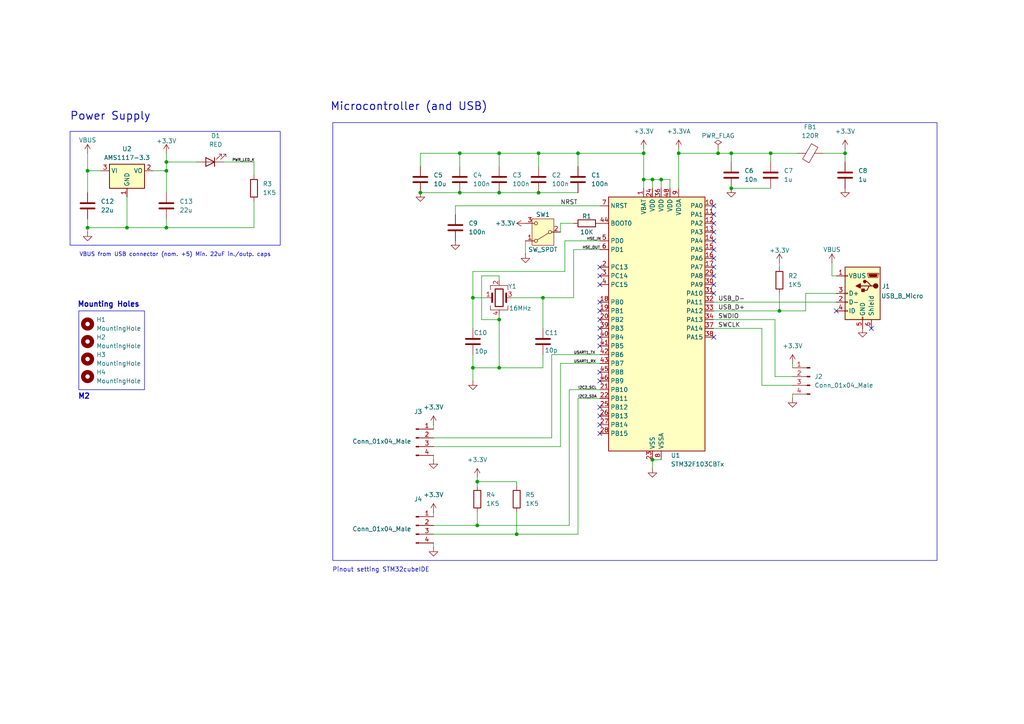
<source format=kicad_sch>
(kicad_sch (version 20231120) (generator "eeschema") (generator_version "8.0")
  (paper "A4")
  (title_block (title "STM32F103CBTx") (date "2024-10-08") (rev "0.1") (company "PT Avirtech Solusi Teknologi"))
  (lib_symbols
    (symbol "Connector:Conn_01x04_Pin" (pin_names (offset 1.016) hide)
      (property "Reference" "J" (at 0 5.08 0))
      (property "Value" "Conn_01x04_Pin" (at 0 -7.62 0))
      (symbol "Conn_01x04_Pin_1_1"
        (polyline (pts (xy 1.27 -5.08) (xy 0.8636 -5.08)) (stroke (width 0.1524)))
        (polyline (pts (xy 1.27 -2.54) (xy 0.8636 -2.54)) (stroke (width 0.1524)))
        (polyline (pts (xy 1.27 0) (xy 0.8636 0)) (stroke (width 0.1524)))
        (polyline (pts (xy 1.27 2.54) (xy 0.8636 2.54)) (stroke (width 0.1524)))
        (rectangle (start 0.8636 -4.953) (end 0 -5.207) (stroke (width 0.1524)) (fill (type outline)))
        (rectangle (start 0.8636 -2.413) (end 0 -2.667) (stroke (width 0.1524)) (fill (type outline)))
        (rectangle (start 0.8636 0.127) (end 0 -0.127) (stroke (width 0.1524)) (fill (type outline)))
        (rectangle (start 0.8636 2.667) (end 0 2.413) (stroke (width 0.1524)) (fill (type outline)))
        (pin passive line (at 5.08 2.54 180) (length 3.81) (name "Pin_1") (number "1"))
        (pin passive line (at 5.08 0 180) (length 3.81) (name "Pin_2") (number "2"))
        (pin passive line (at 5.08 -2.54 180) (length 3.81) (name "Pin_3") (number "3"))
        (pin passive line (at 5.08 -5.08 180) (length 3.81) (name "Pin_4") (number "4"))
      )
    )
    (symbol "Connector:USB_B_Micro" (pin_names (offset 1.016))
      (property "Reference" "J" (at -5.08 11.43 0))
      (property "Value" "USB_B_Micro" (at -5.08 8.89 0))
      (symbol "USB_B_Micro_0_1"
        (rectangle (start -5.08 -7.62) (end 5.08 7.62) (stroke (width 0.254)) (fill (type background)))
        (circle (center -3.81 2.159) (radius 0.635) (stroke (width 0.254)) (fill (type outline)))
        (circle (center -0.635 3.429) (radius 0.381) (stroke (width 0.254)) (fill (type outline)))
        (rectangle (start -0.127 -7.62) (end 0.127 -6.858))
        (polyline (pts (xy -1.905 2.159) (xy 0.635 2.159)) (stroke (width 0.254)))
        (polyline (pts (xy -3.175 2.159) (xy -2.54 2.159) (xy -1.27 3.429) (xy -0.635 3.429)) (stroke (width 0.254)))
        (polyline (pts (xy -2.54 2.159) (xy -1.905 2.159) (xy -1.27 0.889) (xy 0 0.889)) (stroke (width 0.254)))
        (polyline (pts (xy 0.635 2.794) (xy 0.635 1.524) (xy 1.905 2.159) (xy 0.635 2.794)) (stroke (width 0.254)) (fill (type outline)))
        (polyline (pts (xy -4.318 5.588) (xy -1.778 5.588) (xy -2.032 4.826) (xy -4.064 4.826) (xy -4.318 5.588)) (fill (type outline)))
        (polyline (pts (xy -4.699 5.842) (xy -4.699 5.588) (xy -4.445 4.826) (xy -4.445 4.572) (xy -1.651 4.572) (xy -1.651 4.826) (xy -1.397 5.588) (xy -1.397 5.842) (xy -4.699 5.842)))
        (rectangle (start 0.254 1.27) (end -0.508 0.508) (stroke (width 0.254)) (fill (type outline)))
        (rectangle (start 5.08 -5.207) (end 4.318 -4.953))
        (rectangle (start 5.08 -2.667) (end 4.318 -2.413))
        (rectangle (start 5.08 -0.127) (end 4.318 0.127))
        (rectangle (start 5.08 4.953) (end 4.318 5.207))
      )
      (symbol "USB_B_Micro_1_1"
        (pin power_out line (at 7.62 5.08 180) (length 2.54) (name "VBUS") (number "1"))
        (pin bidirectional line (at 7.62 -2.54 180) (length 2.54) (name "D-") (number "2"))
        (pin bidirectional line (at 7.62 0 180) (length 2.54) (name "D+") (number "3"))
        (pin passive line (at 7.62 -5.08 180) (length 2.54) (name "ID") (number "4"))
        (pin power_out line (at 0 -10.16 90) (length 2.54) (name "GND") (number "5"))
        (pin passive line (at -2.54 -10.16 90) (length 2.54) (name "Shield") (number "6"))
      )
    )
    (symbol "Device:C" (pin_numbers hide) (pin_names (offset 0.254))
      (property "Reference" "C" (at 0.635 2.54 0))
      (property "Value" "C" (at 0.635 -2.54 0))
      (symbol "C_0_1"
        (polyline (pts (xy -2.032 -0.762) (xy 2.032 -0.762)) (stroke (width 0.508)))
        (polyline (pts (xy -2.032 0.762) (xy 2.032 0.762)) (stroke (width 0.508)))
      )
      (symbol "C_1_1"
        (pin passive line (at 0 3.81 270) (length 2.794) (name "~") (number "1"))
        (pin passive line (at 0 -3.81 90) (length 2.794) (name "~") (number "2"))
      )
    )
    (symbol "Device:Crystal_GND24" (pin_names (offset 1.016) hide)
      (property "Reference" "Y" (at 3.175 5.08 0))
      (property "Value" "Crystal_GND24" (at 3.175 3.175 0))
      (symbol "Crystal_GND24_0_1"
        (rectangle (start -1.143 2.54) (end 1.143 -2.54) (stroke (width 0.3048)))
        (polyline (pts (xy -2.54 0) (xy -2.032 0)))
        (polyline (pts (xy -2.032 -1.27) (xy -2.032 1.27)) (stroke (width 0.508)))
        (polyline (pts (xy 0 -3.81) (xy 0 -3.556)))
        (polyline (pts (xy 0 3.556) (xy 0 3.81)))
        (polyline (pts (xy 2.032 -1.27) (xy 2.032 1.27)) (stroke (width 0.508)))
        (polyline (pts (xy 2.032 0) (xy 2.54 0)))
        (polyline (pts (xy -2.54 -2.286) (xy -2.54 -3.556) (xy 2.54 -3.556) (xy 2.54 -2.286)))
        (polyline (pts (xy -2.54 2.286) (xy -2.54 3.556) (xy 2.54 3.556) (xy 2.54 2.286)))
      )
      (symbol "Crystal_GND24_1_1"
        (pin passive line (at -3.81 0 0) (length 1.27) (name "1") (number "1"))
        (pin passive line (at 0 5.08 270) (length 1.27) (name "2") (number "2"))
        (pin passive line (at 3.81 0 180) (length 1.27) (name "3") (number "3"))
        (pin passive line (at 0 -5.08 90) (length 1.27) (name "4") (number "4"))
      )
    )
    (symbol "Device:FerriteBead" (pin_numbers hide) (pin_names (offset 0))
      (property "Reference" "FB" (at -3.81 0.635 90))
      (property "Value" "FerriteBead" (at 3.81 0 90))
      (symbol "FerriteBead_0_1"
        (polyline (pts (xy 0 -1.27) (xy 0 -1.2192)))
        (polyline (pts (xy 0 1.27) (xy 0 1.2954)))
        (polyline (pts (xy -2.7686 0.4064) (xy -1.7018 2.2606) (xy 2.7686 -0.3048) (xy 1.6764 -2.159) (xy -2.7686 0.4064)))
      )
      (symbol "FerriteBead_1_1"
        (pin passive line (at 0 3.81 270) (length 2.54) (name "~") (number "1"))
        (pin passive line (at 0 -3.81 90) (length 2.54) (name "~") (number "2"))
      )
    )
    (symbol "Device:LED" (pin_numbers hide) (pin_names (offset 1.016) hide)
      (property "Reference" "D" (at 0 2.54 0))
      (property "Value" "LED" (at 0 -2.54 0))
      (symbol "LED_0_1"
        (polyline (pts (xy -1.27 -1.27) (xy -1.27 1.27)) (stroke (width 0.254)))
        (polyline (pts (xy -1.27 0) (xy 1.27 0)))
        (polyline (pts (xy 1.27 -1.27) (xy 1.27 1.27) (xy -1.27 0) (xy 1.27 -1.27)) (stroke (width 0.254)))
        (polyline (pts (xy -3.048 -0.762) (xy -4.572 -2.286) (xy -3.81 -2.286) (xy -4.572 -2.286) (xy -4.572 -1.524)))
        (polyline (pts (xy -1.778 -0.762) (xy -3.302 -2.286) (xy -2.54 -2.286) (xy -3.302 -2.286) (xy -3.302 -1.524)))
      )
      (symbol "LED_1_1"
        (pin passive line (at -3.81 0 0) (length 2.54) (name "K") (number "1"))
        (pin passive line (at 3.81 0 180) (length 2.54) (name "A") (number "2"))
      )
    )
    (symbol "Device:R" (pin_numbers hide) (pin_names (offset 0))
      (property "Reference" "R" (at 2.032 0 90))
      (property "Value" "R" (at 0 0 90))
      (symbol "R_0_1"
        (rectangle (start -1.016 -2.54) (end 1.016 2.54) (stroke (width 0.254)))
      )
      (symbol "R_1_1"
        (pin passive line (at 0 3.81 270) (length 1.27) (name "~") (number "1"))
        (pin passive line (at 0 -3.81 90) (length 1.27) (name "~") (number "2"))
      )
    )
    (symbol "MCU_ST_STM32F1:STM32F103CBTx"
      (property "Reference" "U" (at -12.7 39.37 0))
      (property "Value" "STM32F103CBTx" (at 10.16 39.37 0))
      (symbol "STM32F103CBTx_0_1"
        (rectangle (start -12.7 -35.56) (end 15.24 38.1) (stroke (width 0.254)) (fill (type background)))
      )
      (symbol "STM32F103CBTx_1_1"
        (pin power_in line (at -2.54 40.64 270) (length 2.54) (name "VBAT") (number "1"))
        (pin bidirectional line (at 17.78 35.56 180) (length 2.54) (name "PA0") (number "10"))
        (pin bidirectional line (at 17.78 33.02 180) (length 2.54) (name "PA1") (number "11"))
        (pin bidirectional line (at 17.78 30.48 180) (length 2.54) (name "PA2") (number "12"))
        (pin bidirectional line (at 17.78 27.94 180) (length 2.54) (name "PA3") (number "13"))
        (pin bidirectional line (at 17.78 25.4 180) (length 2.54) (name "PA4") (number "14"))
        (pin bidirectional line (at 17.78 22.86 180) (length 2.54) (name "PA5") (number "15"))
        (pin bidirectional line (at 17.78 20.32 180) (length 2.54) (name "PA6") (number "16"))
        (pin bidirectional line (at 17.78 17.78 180) (length 2.54) (name "PA7") (number "17"))
        (pin bidirectional line (at -15.24 7.62 0) (length 2.54) (name "PB0") (number "18"))
        (pin bidirectional line (at -15.24 5.08 0) (length 2.54) (name "PB1") (number "19"))
        (pin bidirectional line (at -15.24 17.78 0) (length 2.54) (name "PC13") (number "2"))
        (pin bidirectional line (at -15.24 2.54 0) (length 2.54) (name "PB2") (number "20"))
        (pin bidirectional line (at -15.24 -17.78 0) (length 2.54) (name "PB10") (number "21"))
        (pin bidirectional line (at -15.24 -20.32 0) (length 2.54) (name "PB11") (number "22"))
        (pin power_in line (at 0 -38.1 90) (length 2.54) (name "VSS") (number "23"))
        (pin power_in line (at 0 40.64 270) (length 2.54) (name "VDD") (number "24"))
        (pin bidirectional line (at -15.24 -22.86 0) (length 2.54) (name "PB12") (number "25"))
        (pin bidirectional line (at -15.24 -25.4 0) (length 2.54) (name "PB13") (number "26"))
        (pin bidirectional line (at -15.24 -27.94 0) (length 2.54) (name "PB14") (number "27"))
        (pin bidirectional line (at -15.24 -30.48 0) (length 2.54) (name "PB15") (number "28"))
        (pin bidirectional line (at 17.78 15.24 180) (length 2.54) (name "PA8") (number "29"))
        (pin bidirectional line (at -15.24 15.24 0) (length 2.54) (name "PC14") (number "3"))
        (pin bidirectional line (at 17.78 12.7 180) (length 2.54) (name "PA9") (number "30"))
        (pin bidirectional line (at 17.78 10.16 180) (length 2.54) (name "PA10") (number "31"))
        (pin bidirectional line (at 17.78 7.62 180) (length 2.54) (name "PA11") (number "32"))
        (pin bidirectional line (at 17.78 5.08 180) (length 2.54) (name "PA12") (number "33"))
        (pin bidirectional line (at 17.78 2.54 180) (length 2.54) (name "PA13") (number "34"))
        (pin passive line (at 0 -38.1 90) (length 2.54) hide (name "VSS") (number "35"))
        (pin power_in line (at 2.54 40.64 270) (length 2.54) (name "VDD") (number "36"))
        (pin bidirectional line (at 17.78 0 180) (length 2.54) (name "PA14") (number "37"))
        (pin bidirectional line (at 17.78 -2.54 180) (length 2.54) (name "PA15") (number "38"))
        (pin bidirectional line (at -15.24 0 0) (length 2.54) (name "PB3") (number "39"))
        (pin bidirectional line (at -15.24 12.7 0) (length 2.54) (name "PC15") (number "4"))
        (pin bidirectional line (at -15.24 -2.54 0) (length 2.54) (name "PB4") (number "40"))
        (pin bidirectional line (at -15.24 -5.08 0) (length 2.54) (name "PB5") (number "41"))
        (pin bidirectional line (at -15.24 -7.62 0) (length 2.54) (name "PB6") (number "42"))
        (pin bidirectional line (at -15.24 -10.16 0) (length 2.54) (name "PB7") (number "43"))
        (pin input line (at -15.24 30.48 0) (length 2.54) (name "BOOT0") (number "44"))
        (pin bidirectional line (at -15.24 -12.7 0) (length 2.54) (name "PB8") (number "45"))
        (pin bidirectional line (at -15.24 -15.24 0) (length 2.54) (name "PB9") (number "46"))
        (pin passive line (at 0 -38.1 90) (length 2.54) hide (name "VSS") (number "47"))
        (pin power_in line (at 5.08 40.64 270) (length 2.54) (name "VDD") (number "48"))
        (pin bidirectional line (at -15.24 25.4 0) (length 2.54) (name "PD0") (number "5"))
        (pin bidirectional line (at -15.24 22.86 0) (length 2.54) (name "PD1") (number "6"))
        (pin input line (at -15.24 35.56 0) (length 2.54) (name "NRST") (number "7"))
        (pin power_in line (at 2.54 -38.1 90) (length 2.54) (name "VSSA") (number "8"))
        (pin power_in line (at 7.62 40.64 270) (length 2.54) (name "VDDA") (number "9"))
      )
    )
    (symbol "Mechanical:MountingHole" (pin_names (offset 1.016)) (exclude_from_sim yes) (in_bom no)
      (property "Reference" "H" (at 0 5.08 0))
      (property "Value" "MountingHole" (at 0 3.175 0))
      (symbol "MountingHole_0_1"
        (circle (center 0 0) (radius 1.27) (stroke (width 1.27)))
      )
    )
    (symbol "Regulator_Linear:AMS1117-3.3"
      (property "Reference" "U" (at -3.81 3.175 0))
      (property "Value" "AMS1117-3.3" (at 0 3.175 0))
      (symbol "AMS1117-3.3_0_1"
        (rectangle (start -5.08 -5.08) (end 5.08 1.905) (stroke (width 0.254)) (fill (type background)))
      )
      (symbol "AMS1117-3.3_1_1"
        (pin power_in line (at 0 -7.62 90) (length 2.54) (name "GND") (number "1"))
        (pin power_out line (at 7.62 0 180) (length 2.54) (name "VO") (number "2"))
        (pin power_in line (at -7.62 0 0) (length 2.54) (name "VI") (number "3"))
      )
    )
    (symbol "Switch:SW_SPDT" (pin_names (offset 0) hide)
      (property "Reference" "SW" (at 0 5.08 0))
      (property "Value" "SW_SPDT" (at 0 -5.08 0))
      (symbol "SW_SPDT_0_1"
        (circle (center -2.032 0) (radius 0.4572))
        (polyline (pts (xy -1.651 0.254) (xy 1.651 2.286)))
        (circle (center 2.032 -2.54) (radius 0.4572))
        (circle (center 2.032 2.54) (radius 0.4572))
      )
      (symbol "SW_SPDT_1_1"
        (rectangle (start -3.175 3.81) (end 3.175 -3.81) (fill (type background)))
        (pin passive line (at 5.08 2.54 180) (length 2.54) (name "A") (number "1"))
        (pin passive line (at -5.08 0 0) (length 2.54) (name "B") (number "2"))
        (pin passive line (at 5.08 -2.54 180) (length 2.54) (name "C") (number "3"))
      )
    )
    (symbol "power:+3.3V" (power) (pin_numbers hide) (pin_names (offset 0) hide)
      (property "Value" "+3.3V" (at 0 3.556 0))
      (symbol "+3.3V_0_1"
        (polyline (pts (xy -0.762 1.27) (xy 0 2.54)))
        (polyline (pts (xy 0 0) (xy 0 2.54)))
        (polyline (pts (xy 0 2.54) (xy 0.762 1.27)))
      )
      (symbol "+3.3V_1_1"
        (pin power_in line (at 0 0 90) (length 0) (name "~") (number "1"))
      )
    )
    (symbol "power:+3.3VA" (power) (pin_numbers hide) (pin_names (offset 0) hide)
      (property "Value" "+3.3VA" (at 0 3.556 0))
      (symbol "+3.3VA_0_1"
        (polyline (pts (xy -0.762 1.27) (xy 0 2.54)))
        (polyline (pts (xy 0 0) (xy 0 2.54)))
        (polyline (pts (xy 0 2.54) (xy 0.762 1.27)))
      )
      (symbol "+3.3VA_1_1"
        (pin power_in line (at 0 0 90) (length 0) (name "~") (number "1"))
      )
    )
    (symbol "power:GND" (power) (pin_numbers hide) (pin_names (offset 0) hide)
      (property "Value" "GND" (at 0 -3.81 0))
      (symbol "GND_0_1"
        (polyline (pts (xy 0 0) (xy 0 -1.27) (xy 1.27 -1.27) (xy 0 -2.54) (xy -1.27 -1.27) (xy 0 -1.27)))
      )
      (symbol "GND_1_1"
        (pin power_in line (at 0 0 270) (length 0) (name "~") (number "1"))
      )
    )
    (symbol "power:PWR_FLAG" (power) (pin_numbers hide) (pin_names (offset 0) hide)
      (property "Value" "PWR_FLAG" (at 0 3.81 0))
      (symbol "PWR_FLAG_0_0"
        (pin power_out line (at 0 0 90) (length 0) (name "~") (number "1"))
      )
      (symbol "PWR_FLAG_0_1"
        (polyline (pts (xy 0 0) (xy 0 1.27) (xy -1.016 1.905) (xy 0 2.54) (xy 1.016 1.905) (xy 0 1.27)))
      )
    )
    (symbol "power:VBUS" (power) (pin_numbers hide) (pin_names (offset 0) hide)
      (property "Value" "VBUS" (at 0 3.556 0))
      (symbol "VBUS_0_1"
        (polyline (pts (xy -0.762 1.27) (xy 0 2.54)))
        (polyline (pts (xy 0 0) (xy 0 2.54)))
        (polyline (pts (xy 0 2.54) (xy 0.762 1.27)))
      )
      (symbol "VBUS_1_1"
        (pin power_in line (at 0 0 90) (length 0) (name "~") (number "1"))
      )
    )
  )
  (junction (at 138.43 152.4))
  (junction (at 156.21 55.88))
  (junction (at 25.4 49.53))
  (junction (at 144.78 106.68))
  (junction (at 156.21 44.45))
  (junction (at 226.06 90.17))
  (junction (at 157.48 86.36))
  (junction (at 167.64 44.45))
  (junction (at 149.86 154.94))
  (junction (at 212.09 44.45))
  (junction (at 137.16 86.36))
  (junction (at 144.78 44.45))
  (junction (at 137.16 106.68))
  (junction (at 191.77 52.07))
  (junction (at 189.23 52.07))
  (junction (at 223.52 44.45))
  (junction (at 186.69 52.07))
  (junction (at 48.26 46.99))
  (junction (at 138.43 139.7))
  (junction (at 133.35 44.45))
  (junction (at 48.26 66.04))
  (junction (at 208.28 44.45))
  (junction (at 121.92 55.88))
  (junction (at 189.23 133.35))
  (junction (at 144.78 92.71))
  (junction (at 36.83 66.04))
  (junction (at 245.11 44.45))
  (junction (at 196.85 44.45))
  (junction (at 144.78 55.88))
  (junction (at 48.26 49.53))
  (junction (at 186.69 44.45))
  (junction (at 212.09 54.61))
  (junction (at 133.35 55.88))
  (junction (at 25.4 66.04))
  (no_connect (at 173.99 90.17))
  (no_connect (at 207.01 67.31))
  (no_connect (at 173.99 80.01))
  (no_connect (at 207.01 69.85))
  (no_connect (at 173.99 97.79))
  (no_connect (at 173.99 82.55))
  (no_connect (at 173.99 77.47))
  (no_connect (at 242.57 90.17))
  (no_connect (at 173.99 110.49))
  (no_connect (at 207.01 72.39))
  (no_connect (at 207.01 64.77))
  (no_connect (at 173.99 87.63))
  (no_connect (at 207.01 62.23))
  (no_connect (at 173.99 120.65))
  (no_connect (at 173.99 123.19))
  (no_connect (at 207.01 74.93))
  (no_connect (at 173.99 125.73))
  (no_connect (at 173.99 95.25))
  (no_connect (at 207.01 85.09))
  (no_connect (at 207.01 77.47))
  (no_connect (at 207.01 97.79))
  (no_connect (at 252.73 95.25))
  (no_connect (at 173.99 92.71))
  (no_connect (at 207.01 59.69))
  (no_connect (at 207.01 80.01))
  (no_connect (at 173.99 118.11))
  (no_connect (at 207.01 82.55))
  (no_connect (at 173.99 100.33))
  (no_connect (at 173.99 107.95))
  (wire (pts (xy 207.01 92.71) (xy 224.79 92.71)))
  (wire (pts (xy 220.98 111.76) (xy 229.87 111.76)))
  (wire (pts (xy 163.83 69.85) (xy 173.99 69.85)))
  (wire (pts (xy 186.69 43.18) (xy 186.69 44.45)))
  (wire (pts (xy 138.43 139.7) (xy 138.43 138.43)))
  (wire (pts (xy 137.16 78.74) (xy 137.16 86.36)))
  (wire (pts (xy 163.83 78.74) (xy 137.16 78.74)))
  (wire (pts (xy 157.48 86.36) (xy 157.48 95.25)))
  (wire (pts (xy 160.02 102.87) (xy 160.02 127)))
  (wire (pts (xy 212.09 44.45) (xy 208.28 44.45)))
  (wire (pts (xy 125.73 123.19) (xy 125.73 124.46)))
  (wire (pts (xy 144.78 92.71) (xy 144.78 106.68)))
  (wire (pts (xy 29.21 49.53) (xy 25.4 49.53)))
  (wire (pts (xy 139.7 80.01) (xy 139.7 92.71)))
  (wire (pts (xy 144.78 91.44) (xy 144.78 92.71)))
  (wire (pts (xy 160.02 127) (xy 125.73 127)))
  (wire (pts (xy 212.09 54.61) (xy 223.52 54.61)))
  (wire (pts (xy 25.4 44.45) (xy 25.4 49.53)))
  (wire (pts (xy 48.26 44.45) (xy 48.26 46.99)))
  (wire (pts (xy 36.83 57.15) (xy 36.83 66.04)))
  (wire (pts (xy 196.85 43.18) (xy 196.85 44.45)))
  (wire (pts (xy 245.11 44.45) (xy 245.11 46.99)))
  (wire (pts (xy 25.4 67.31) (xy 25.4 66.04)))
  (wire (pts (xy 223.52 44.45) (xy 231.14 44.45)))
  (wire (pts (xy 207.01 95.25) (xy 220.98 95.25)))
  (wire (pts (xy 157.48 102.87) (xy 157.48 106.68)))
  (wire (pts (xy 121.92 44.45) (xy 133.35 44.45)))
  (wire (pts (xy 167.64 48.26) (xy 167.64 44.45)))
  (wire (pts (xy 189.23 133.35) (xy 191.77 133.35)))
  (wire (pts (xy 186.69 52.07) (xy 189.23 52.07)))
  (wire (pts (xy 144.78 106.68) (xy 157.48 106.68)))
  (wire (pts (xy 125.73 157.48) (xy 125.73 158.75)))
  (wire (pts (xy 167.64 154.94) (xy 149.86 154.94)))
  (wire (pts (xy 137.16 106.68) (xy 137.16 110.49)))
  (wire (pts (xy 133.35 44.45) (xy 144.78 44.45)))
  (wire (pts (xy 162.56 129.54) (xy 125.73 129.54)))
  (wire (pts (xy 144.78 44.45) (xy 156.21 44.45)))
  (wire (pts (xy 173.99 105.41) (xy 162.56 105.41)))
  (wire (pts (xy 191.77 52.07) (xy 194.31 52.07)))
  (wire (pts (xy 207.01 90.17) (xy 226.06 90.17)))
  (wire (pts (xy 121.92 55.88) (xy 133.35 55.88)))
  (wire (pts (xy 138.43 152.4) (xy 165.1 152.4)))
  (wire (pts (xy 149.86 148.59) (xy 149.86 154.94)))
  (wire (pts (xy 224.79 109.22) (xy 229.87 109.22)))
  (wire (pts (xy 173.99 59.69) (xy 132.08 59.69)))
  (wire (pts (xy 223.52 44.45) (xy 212.09 44.45)))
  (wire (pts (xy 121.92 48.26) (xy 121.92 44.45)))
  (wire (pts (xy 212.09 46.99) (xy 212.09 44.45)))
  (wire (pts (xy 229.87 114.3) (xy 229.87 115.57)))
  (wire (pts (xy 194.31 54.61) (xy 194.31 52.07)))
  (wire (pts (xy 189.23 52.07) (xy 191.77 52.07)))
  (wire (pts (xy 125.73 132.08) (xy 125.73 133.35)))
  (wire (pts (xy 144.78 44.45) (xy 144.78 48.26)))
  (wire (pts (xy 245.11 43.18) (xy 245.11 44.45)))
  (wire (pts (xy 238.76 44.45) (xy 245.11 44.45)))
  (wire (pts (xy 25.4 49.53) (xy 25.4 55.88)))
  (wire (pts (xy 220.98 95.25) (xy 220.98 111.76)))
  (wire (pts (xy 156.21 44.45) (xy 167.64 44.45)))
  (wire (pts (xy 208.28 43.18) (xy 208.28 44.45)))
  (wire (pts (xy 73.66 66.04) (xy 48.26 66.04)))
  (wire (pts (xy 223.52 46.99) (xy 223.52 44.45)))
  (wire (pts (xy 167.64 44.45) (xy 186.69 44.45)))
  (wire (pts (xy 152.4 73.66) (xy 152.4 69.85)))
  (wire (pts (xy 186.69 52.07) (xy 186.69 54.61)))
  (wire (pts (xy 138.43 139.7) (xy 149.86 139.7)))
  (wire (pts (xy 242.57 80.01) (xy 241.3 80.01)))
  (wire (pts (xy 139.7 92.71) (xy 144.78 92.71)))
  (wire (pts (xy 241.3 76.2) (xy 241.3 80.01)))
  (wire (pts (xy 165.1 113.03) (xy 165.1 152.4)))
  (wire (pts (xy 162.56 67.31) (xy 162.56 64.77)))
  (wire (pts (xy 149.86 140.97) (xy 149.86 139.7)))
  (wire (pts (xy 125.73 152.4) (xy 138.43 152.4)))
  (wire (pts (xy 137.16 106.68) (xy 144.78 106.68)))
  (wire (pts (xy 162.56 105.41) (xy 162.56 129.54)))
  (wire (pts (xy 162.56 64.77) (xy 166.37 64.77)))
  (wire (pts (xy 133.35 44.45) (xy 133.35 48.26)))
  (wire (pts (xy 137.16 106.68) (xy 137.16 102.87)))
  (wire (pts (xy 64.77 46.99) (xy 73.66 46.99)))
  (wire (pts (xy 166.37 72.39) (xy 173.99 72.39)))
  (wire (pts (xy 226.06 90.17) (xy 233.68 90.17)))
  (wire (pts (xy 163.83 69.85) (xy 163.83 78.74)))
  (wire (pts (xy 167.64 115.57) (xy 167.64 154.94)))
  (wire (pts (xy 157.48 86.36) (xy 166.37 86.36)))
  (wire (pts (xy 149.86 154.94) (xy 125.73 154.94)))
  (wire (pts (xy 166.37 86.36) (xy 166.37 72.39)))
  (wire (pts (xy 165.1 113.03) (xy 173.99 113.03)))
  (wire (pts (xy 160.02 102.87) (xy 173.99 102.87)))
  (wire (pts (xy 137.16 86.36) (xy 140.97 86.36)))
  (wire (pts (xy 73.66 58.42) (xy 73.66 66.04)))
  (wire (pts (xy 48.26 46.99) (xy 48.26 49.53)))
  (wire (pts (xy 125.73 148.59) (xy 125.73 149.86)))
  (wire (pts (xy 25.4 66.04) (xy 36.83 66.04)))
  (wire (pts (xy 144.78 80.01) (xy 144.78 81.28)))
  (wire (pts (xy 156.21 55.88) (xy 167.64 55.88)))
  (wire (pts (xy 144.78 55.88) (xy 156.21 55.88)))
  (wire (pts (xy 48.26 49.53) (xy 48.26 55.88)))
  (wire (pts (xy 148.59 86.36) (xy 157.48 86.36)))
  (wire (pts (xy 207.01 87.63) (xy 242.57 87.63)))
  (wire (pts (xy 156.21 44.45) (xy 156.21 48.26)))
  (wire (pts (xy 226.06 76.2) (xy 226.06 77.47)))
  (wire (pts (xy 186.69 44.45) (xy 186.69 52.07)))
  (wire (pts (xy 229.87 105.41) (xy 229.87 106.68)))
  (wire (pts (xy 208.28 44.45) (xy 196.85 44.45)))
  (wire (pts (xy 226.06 85.09) (xy 226.06 90.17)))
  (wire (pts (xy 196.85 44.45) (xy 196.85 54.61)))
  (wire (pts (xy 44.45 49.53) (xy 48.26 49.53)))
  (wire (pts (xy 224.79 92.71) (xy 224.79 109.22)))
  (wire (pts (xy 233.68 90.17) (xy 233.68 85.09)))
  (wire (pts (xy 48.26 63.5) (xy 48.26 66.04)))
  (wire (pts (xy 36.83 66.04) (xy 48.26 66.04)))
  (wire (pts (xy 73.66 50.8) (xy 73.66 46.99)))
  (wire (pts (xy 133.35 55.88) (xy 144.78 55.88)))
  (wire (pts (xy 48.26 46.99) (xy 57.15 46.99)))
  (wire (pts (xy 191.77 54.61) (xy 191.77 52.07)))
  (wire (pts (xy 138.43 148.59) (xy 138.43 152.4)))
  (wire (pts (xy 144.78 80.01) (xy 139.7 80.01)))
  (wire (pts (xy 173.99 115.57) (xy 167.64 115.57)))
  (wire (pts (xy 132.08 59.69) (xy 132.08 62.23)))
  (wire (pts (xy 233.68 85.09) (xy 242.57 85.09)))
  (wire (pts (xy 189.23 54.61) (xy 189.23 52.07)))
  (wire (pts (xy 137.16 95.25) (xy 137.16 86.36)))
  (wire (pts (xy 189.23 133.35) (xy 189.23 135.89)))
  (wire (pts (xy 138.43 139.7) (xy 138.43 140.97)))
  (wire (pts (xy 25.4 66.04) (xy 25.4 63.5)))
  (rectangle (start 96.52 35.56) (end 271.78 162.56))
  (rectangle (start 20.32 38.1) (end 81.28 71.12))
  (rectangle (start 22.86 90.17) (end 41.91 113.03))
  (text "M2" (at 24.384 115.062 0) (effects (font (size 1.524 1.524) (thickness 0.3048) (bold yes))))
  (text "VBUS from USB connector (nom. +5) Min. 22uF in./outp. caps" (at 50.8 73.914 0) (effects (font (size 1.143 1.143))))
  (text "Pinout setting STM32cubeIDE" (at 110.49 165.354 0) (effects (font (size 1.27 1.27))))
  (text "Microcontroller (and USB)\n" (at 118.618 30.988 0) (effects (font (size 2.286 2.286) (thickness 0.254) (bold yes))))
  (text "Mounting Holes" (at 31.496 88.392 0) (effects (font (size 1.524 1.524) (thickness 0.3048) (bold yes))))
  (text "Power Supply\n" (at 32.004 33.782 0) (effects (font (size 2.286 2.286) (thickness 0.254) (bold yes))))
  (label "USART1_RX" (at 166.37 105.41 0) (effects (font (size 0.762 0.762))))
  (label "I2C2_SDA" (at 167.64 115.57 0) (effects (font (size 0.762 0.762))))
  (label "SWCLK" (at 208.28 95.25 0))
  (label "USART1_TX" (at 166.37 102.87 0) (effects (font (size 0.762 0.762))))
  (label "USB_D-" (at 208.28 87.63 0))
  (label "USB_D+" (at 208.28 90.17 0))
  (label "NRST" (at 162.56 59.69 0))
  (label "SWDIO" (at 208.28 92.71 0))
  (label "HSE_IN" (at 170.18 69.85 0) (effects (font (size 0.762 0.762))))
  (label "HSE_OUT" (at 168.91 72.39 0) (effects (font (size 0.762 0.762))))
  (label "I2C2_SCL" (at 167.64 113.03 0) (effects (font (size 0.762 0.762))))
  (label "PWR_LED_K" (at 67.31 46.99 0) (effects (font (size 0.762 0.762))))
  (symbol (lib_id "power:GND") (at 152.4 73.66 0) (unit 1)
    (property "Reference" "#PWR09" (effects (hide yes)))
    (property "Value" "GND" (effects (hide yes)))
    (property "Description" "Power symbol creates a global label with name \"GND\" , ground" (effects (hide yes)))
  )
  (symbol (lib_id "power:+3.3V") (at 229.87 105.41 0) (unit 1)
    (property "Reference" "#PWR015" (effects (hide yes)))
    (property "Value" "+3.3V" (at 229.87 100.33 0))
    (property "Description" "Power symbol creates a global label with name \"+3.3V\"" (effects (hide yes)))
  )
  (symbol (lib_id "power:+3.3V") (at 138.43 138.43 0) (mirror y) (unit 1)
    (property "Reference" "#PWR024" (effects (hide yes)))
    (property "Value" "+3.3V" (at 138.43 133.35 0))
    (property "Description" "Power symbol creates a global label with name \"+3.3V\"" (effects (hide yes)))
  )
  (symbol (lib_id "power:+3.3V") (at 226.06 76.2 0) (unit 1)
    (property "Reference" "#PWR014" (effects (hide yes)))
    (property "Value" "+3.3V" (at 226.06 72.644 0))
    (property "Description" "Power symbol creates a global label with name \"+3.3V\"" (effects (hide yes)))
  )
  (symbol (lib_id "Device:Crystal_GND24") (at 144.78 86.36 0) (unit 1)
    (property "Reference" "Y1" (at 148.59 83.058 0))
    (property "Value" "16MHz" (at 150.876 89.408 0))
    (property "Footprint" "Crystal:Crystal_SMD_3225-4Pin_3.2x2.5mm" (effects (hide yes)))
    (property "Description" "Four pin crystal, GND on pins 2 and 4" (effects (hide yes)))
  )
  (symbol (lib_id "power:GND") (at 229.87 115.57 0) (unit 1)
    (property "Reference" "#PWR016" (effects (hide yes)))
    (property "Value" "GND" (effects (hide yes)))
    (property "Description" "Power symbol creates a global label with name \"GND\" , ground" (effects (hide yes)))
  )
  (symbol (lib_id "Mechanical:MountingHole") (at 25.4 109.22 0) (unit 1) (exclude_from_sim yes) (in_bom no)
    (property "Reference" "H4" (at 27.94 107.9499 0) (effects (justify left)))
    (property "Value" "MountingHole" (at 27.94 110.4899 0) (effects (justify left)))
    (property "Footprint" "MountingHole:MountingHole_2.1mm" (effects (hide yes)))
    (property "Description" "Mounting Hole without connection" (effects (hide yes)))
  )
  (symbol (lib_id "power:GND") (at 189.23 135.89 0) (unit 1)
    (property "Reference" "#PWR01" (effects (hide yes)))
    (property "Value" "GND" (effects (hide yes)))
    (property "Description" "Power symbol creates a global label with name \"GND\" , ground" (effects (hide yes)))
  )
  (symbol (lib_id "power:GND") (at 125.73 158.75 0) (mirror y) (unit 1)
    (property "Reference" "#PWR023" (effects (hide yes)))
    (property "Value" "GND" (effects (hide yes)))
    (property "Description" "Power symbol creates a global label with name \"GND\" , ground" (effects (hide yes)))
  )
  (symbol (lib_id "power:VBUS") (at 241.3 76.2 0) (unit 1)
    (property "Reference" "#PWR013" (effects (hide yes)))
    (property "Value" "VBUS" (at 241.3 72.39 0))
    (property "Description" "Power symbol creates a global label with name \"VBUS\"" (effects (hide yes)))
  )
  (symbol (lib_id "Device:C") (at 223.52 50.8 0) (unit 1)
    (property "Reference" "C7" (at 227.33 49.5299 0) (effects (justify left)))
    (property "Value" "1u" (at 227.33 52.0699 0) (effects (justify left)))
    (property "Footprint" "Capacitor_SMD:C_0402_1005Metric" (effects (hide yes)))
    (property "Description" "Unpolarized capacitor" (effects (hide yes)))
  )
  (symbol (lib_id "Device:R") (at 170.18 64.77 90) (unit 1)
    (property "Reference" "R1" (at 170.18 62.738 90))
    (property "Value" "10K" (at 170.18 67.31 90))
    (property "Footprint" "Resistor_SMD:R_0402_1005Metric" (effects (hide yes)))
    (property "Description" "Resistor" (effects (hide yes)))
  )
  (symbol (lib_id "Connector:Conn_01x04_Pin") (at 234.95 109.22 0) (mirror y) (unit 1)
    (property "Reference" "J2" (at 236.22 109.2199 0) (effects (justify right)))
    (property "Value" "Conn_01x04_Male" (at 236.22 111.7599 0) (effects (justify right)))
    (property "Footprint" "Connector_PinHeader_2.54mm:PinHeader_1x04_P2.54mm_Vertical" (effects (hide yes)))
    (property "Description" "Generic connector, single row, 01x04, script generated" (effects (hide yes)))
  )
  (symbol (lib_id "Connector:Conn_01x04_Pin") (at 120.65 127 0) (unit 1)
    (property "Reference" "J3" (at 121.285 119.38 0))
    (property "Value" "Conn_01x04_Male" (at 110.744 128.016 0))
    (property "Footprint" "Connector_PinHeader_2.54mm:PinHeader_1x04_P2.54mm_Vertical" (effects (hide yes)))
    (property "Description" "Generic connector, single row, 01x04, script generated" (effects (hide yes)))
  )
  (symbol (lib_id "power:PWR_FLAG") (at 208.28 43.18 0) (unit 1)
    (property "Reference" "#FLG01" (effects (hide yes)))
    (property "Value" "PWR_FLAG" (at 208.28 39.37 0))
    (property "Description" "Special symbol for telling ERC where power comes from" (effects (hide yes)))
  )
  (symbol (lib_id "Device:C") (at 133.35 52.07 0) (unit 1)
    (property "Reference" "C4" (at 137.16 50.7999 0) (effects (justify left)))
    (property "Value" "100n" (at 137.16 53.3399 0) (effects (justify left)))
    (property "Footprint" "Capacitor_SMD:C_0402_1005Metric" (effects (hide yes)))
    (property "Description" "Unpolarized capacitor" (effects (hide yes)))
  )
  (symbol (lib_id "Mechanical:MountingHole") (at 25.4 99.06 0) (unit 1) (exclude_from_sim yes) (in_bom no)
    (property "Reference" "H2" (at 27.94 97.7899 0) (effects (justify left)))
    (property "Value" "MountingHole" (at 27.94 100.3299 0) (effects (justify left)))
    (property "Footprint" "MountingHole:MountingHole_2.1mm" (effects (hide yes)))
    (property "Description" "Mounting Hole without connection" (effects (hide yes)))
  )
  (symbol (lib_id "power:GND") (at 25.4 67.31 0) (unit 1)
    (property "Reference" "#PWR017" (effects (hide yes)))
    (property "Value" "GND" (effects (hide yes)))
    (property "Description" "Power symbol creates a global label with name \"GND\" , ground" (effects (hide yes)))
  )
  (symbol (lib_id "power:+3.3VA") (at 196.85 43.18 0) (unit 1)
    (property "Reference" "#PWR04" (effects (hide yes)))
    (property "Value" "+3.3VA" (at 196.85 38.1 0))
    (property "Description" "Power symbol creates a global label with name \"+3.3VA\"" (effects (hide yes)))
  )
  (symbol (lib_id "power:+3.3V") (at 48.26 44.45 0) (unit 1)
    (property "Reference" "#PWR018" (effects (hide yes)))
    (property "Value" "+3.3V" (at 48.26 40.894 0))
    (property "Description" "Power symbol creates a global label with name \"+3.3V\"" (effects (hide yes)))
  )
  (symbol (lib_id "Device:FerriteBead") (at 234.95 44.45 270) (unit 1)
    (property "Reference" "FB1" (at 235.0008 36.83 90))
    (property "Value" "120R" (at 235.0008 39.37 90))
    (property "Footprint" "Inductor_SMD:L_0603_1608Metric" (effects (hide yes)))
    (property "Description" "Ferrite bead" (effects (hide yes)))
  )
  (symbol (lib_id "Switch:SW_SPDT") (at 157.48 67.31 180) (unit 1)
    (property "Reference" "SW1" (at 157.48 62.23 0))
    (property "Value" "SW_SPDT" (at 157.48 72.39 0))
    (property "Footprint" "Button_Switch_SMD:SW_SPDT_PCM12" (effects (hide yes)))
    (property "Description" "Switch, single pole double throw" (effects (hide yes)))
  )
  (symbol (lib_id "power:GND") (at 212.09 54.61 0) (unit 1)
    (property "Reference" "#PWR05" (effects (hide yes)))
    (property "Value" "GND" (effects (hide yes)))
    (property "Description" "Power symbol creates a global label with name \"GND\" , ground" (effects (hide yes)))
  )
  (symbol (lib_id "Device:R") (at 149.86 144.78 0) (unit 1)
    (property "Reference" "R5" (at 152.4 143.5099 0) (effects (justify left)))
    (property "Value" "1K5" (at 152.4 146.0499 0) (effects (justify left)))
    (property "Footprint" "Resistor_SMD:R_0402_1005Metric" (effects (hide yes)))
    (property "Description" "Resistor" (effects (hide yes)))
  )
  (symbol (lib_id "Connector:Conn_01x04_Pin") (at 120.65 152.4 0) (unit 1)
    (property "Reference" "J4" (at 121.285 144.78 0))
    (property "Value" "Conn_01x04_Male" (at 110.744 153.416 0))
    (property "Footprint" "Connector_PinHeader_2.54mm:PinHeader_1x04_P2.54mm_Vertical" (effects (hide yes)))
    (property "Description" "Generic connector, single row, 01x04, script generated" (effects (hide yes)))
  )
  (symbol (lib_id "Device:R") (at 138.43 144.78 0) (unit 1)
    (property "Reference" "R4" (at 140.97 143.5099 0) (effects (justify left)))
    (property "Value" "1K5" (at 140.97 146.0499 0) (effects (justify left)))
    (property "Footprint" "Resistor_SMD:R_0402_1005Metric" (effects (hide yes)))
    (property "Description" "Resistor" (effects (hide yes)))
  )
  (symbol (lib_id "Device:C") (at 212.09 50.8 0) (unit 1)
    (property "Reference" "C6" (at 215.9 49.5299 0) (effects (justify left)))
    (property "Value" "10n" (at 215.9 52.0699 0) (effects (justify left)))
    (property "Footprint" "Capacitor_SMD:C_0402_1005Metric" (effects (hide yes)))
    (property "Description" "Unpolarized capacitor" (effects (hide yes)))
  )
  (symbol (lib_id "Mechanical:MountingHole") (at 25.4 104.14 0) (unit 1) (exclude_from_sim yes) (in_bom no)
    (property "Reference" "H3" (at 27.94 102.8699 0) (effects (justify left)))
    (property "Value" "MountingHole" (at 27.94 105.4099 0) (effects (justify left)))
    (property "Footprint" "MountingHole:MountingHole_2.1mm" (effects (hide yes)))
    (property "Description" "Mounting Hole without connection" (effects (hide yes)))
  )
  (symbol (lib_id "power:GND") (at 137.16 110.49 0) (unit 1)
    (property "Reference" "#PWR011" (effects (hide yes)))
    (property "Value" "GND" (effects (hide yes)))
    (property "Description" "Power symbol creates a global label with name \"GND\" , ground" (effects (hide yes)))
  )
  (symbol (lib_id "Device:R") (at 226.06 81.28 0) (unit 1)
    (property "Reference" "R2" (at 228.6 80.0099 0) (effects (justify left)))
    (property "Value" "1K5" (at 228.6 82.5499 0) (effects (justify left)))
    (property "Footprint" "Resistor_SMD:R_0402_1005Metric" (effects (hide yes)))
    (property "Description" "Resistor" (effects (hide yes)))
  )
  (symbol (lib_id "Regulator_Linear:AMS1117-3.3") (at 36.83 49.53 0) (unit 1)
    (property "Reference" "U2" (at 36.83 43.18 0))
    (property "Value" "AMS1117-3.3" (at 36.83 45.72 0))
    (property "Footprint" "Package_TO_SOT_SMD:SOT-223-3_TabPin2" (effects (hide yes)))
    (property "Datasheet" "http://www.advanced-monolithic.com/pdf/ds1117.pdf" (effects (hide yes)))
    (property "Description" "1A Low Dropout regulator, positive, 3.3V fixed output, SOT-223" (effects (hide yes)))
  )
  (symbol (lib_id "power:+3.3V") (at 186.69 43.18 0) (unit 1)
    (property "Reference" "#PWR02" (effects (hide yes)))
    (property "Value" "+3.3V" (at 186.69 38.1 0))
    (property "Description" "Power symbol creates a global label with name \"+3.3V\"" (effects (hide yes)))
  )
  (symbol (lib_id "power:+3.3V") (at 125.73 123.19 0) (mirror y) (unit 1)
    (property "Reference" "#PWR020" (effects (hide yes)))
    (property "Value" "+3.3V" (at 125.73 118.11 0))
    (property "Description" "Power symbol creates a global label with name \"+3.3V\"" (effects (hide yes)))
  )
  (symbol (lib_id "power:+3.3V") (at 125.73 148.59 0) (mirror y) (unit 1)
    (property "Reference" "#PWR022" (effects (hide yes)))
    (property "Value" "+3.3V" (at 125.73 143.51 0))
    (property "Description" "Power symbol creates a global label with name \"+3.3V\"" (effects (hide yes)))
  )
  (symbol (lib_id "power:GND") (at 121.92 55.88 0) (unit 1)
    (property "Reference" "#PWR03" (effects (hide yes)))
    (property "Value" "GND" (effects (hide yes)))
    (property "Description" "Power symbol creates a global label with name \"GND\" , ground" (effects (hide yes)))
  )
  (symbol (lib_id "power:GND") (at 250.19 95.25 0) (unit 1)
    (property "Reference" "#PWR012" (effects (hide yes)))
    (property "Value" "GND" (effects (hide yes)))
    (property "Description" "Power symbol creates a global label with name \"GND\" , ground" (effects (hide yes)))
  )
  (symbol (lib_id "Device:C") (at 167.64 52.07 0) (unit 1)
    (property "Reference" "C1" (at 171.45 50.7999 0) (effects (justify left)))
    (property "Value" "100n" (at 171.45 53.3399 0) (effects (justify left)))
    (property "Footprint" "Capacitor_SMD:C_0402_1005Metric" (effects (hide yes)))
    (property "Description" "Unpolarized capacitor" (effects (hide yes)))
  )
  (symbol (lib_id "Connector:USB_B_Micro") (at 250.19 85.09 0) (mirror y) (unit 1)
    (property "Reference" "J1" (at 255.778 83.058 0) (effects (justify right)))
    (property "Value" "USB_B_Micro" (at 255.524 85.852 0) (effects (justify right)))
    (property "Footprint" "Connector_USB:USB_Micro-B_Wuerth_629105150521" (effects (hide yes)))
    (property "Description" "USB Micro Type B connector" (effects (hide yes)))
  )
  (symbol (lib_id "Device:LED") (at 60.96 46.99 180) (unit 1)
    (property "Reference" "D1" (at 62.5475 39.37 0))
    (property "Value" "RED" (at 62.5475 41.91 0))
    (property "Footprint" "LED_SMD:LED_0603_1608Metric" (effects (hide yes)))
    (property "Description" "Light emitting diode" (effects (hide yes)))
  )
  (symbol (lib_id "MCU_ST_STM32F1:STM32F103CBTx") (at 189.23 95.25 0) (unit 1)
    (property "Reference" "U1" (at 194.564 132.08 0) (effects (justify left)))
    (property "Value" "STM32F103CBTx" (at 194.564 134.62 0) (effects (justify left)))
    (property "Footprint" "Package_QFP:LQFP-48_7x7mm_P0.5mm" (effects (hide yes)))
    (property "Datasheet" "https://www.st.com/resource/en/datasheet/stm32f103cb.pdf" (effects (hide yes)))
    (property "Description" "STMicroelectronics Arm Cortex-M3 MCU, 128KB flash, 20KB RAM, 72 MHz, 2.0-3.6V, 37 GPIO, LQFP48" (effects (hide yes)))
  )
  (symbol (lib_id "power:+3.3V") (at 245.11 43.18 0) (unit 1)
    (property "Reference" "#PWR07" (effects (hide yes)))
    (property "Value" "+3.3V" (at 245.11 38.1 0))
    (property "Description" "Power symbol creates a global label with name \"+3.3V\"" (effects (hide yes)))
  )
  (symbol (lib_id "Device:C") (at 132.08 66.04 0) (unit 1)
    (property "Reference" "C9" (at 135.89 64.7699 0) (effects (justify left)))
    (property "Value" "100n" (at 135.89 67.3099 0) (effects (justify left)))
    (property "Footprint" "Capacitor_SMD:C_0402_1005Metric" (effects (hide yes)))
    (property "Description" "Unpolarized capacitor" (effects (hide yes)))
  )
  (symbol (lib_id "Device:C") (at 48.26 59.69 0) (unit 1)
    (property "Reference" "C13" (at 52.07 58.4199 0) (effects (justify left)))
    (property "Value" "22u" (at 52.07 60.9599 0) (effects (justify left)))
    (property "Footprint" "Capacitor_SMD:C_0805_2012Metric" (effects (hide yes)))
    (property "Description" "Unpolarized capacitor" (effects (hide yes)))
  )
  (symbol (lib_id "Device:C") (at 156.21 52.07 0) (unit 1)
    (property "Reference" "C2" (at 160.02 50.7999 0) (effects (justify left)))
    (property "Value" "100n" (at 160.02 53.3399 0) (effects (justify left)))
    (property "Footprint" "Capacitor_SMD:C_0402_1005Metric" (effects (hide yes)))
    (property "Description" "Unpolarized capacitor" (effects (hide yes)))
  )
  (symbol (lib_id "Device:R") (at 73.66 54.61 0) (unit 1)
    (property "Reference" "R3" (at 76.2 53.3399 0) (effects (justify left)))
    (property "Value" "1K5" (at 76.2 55.8799 0) (effects (justify left)))
    (property "Footprint" "Resistor_SMD:R_0402_1005Metric" (effects (hide yes)))
    (property "Description" "Resistor" (effects (hide yes)))
  )
  (symbol (lib_id "power:GND") (at 245.11 54.61 0) (unit 1)
    (property "Reference" "#PWR06" (effects (hide yes)))
    (property "Value" "GND" (effects (hide yes)))
    (property "Description" "Power symbol creates a global label with name \"GND\" , ground" (effects (hide yes)))
  )
  (symbol (lib_id "Device:C") (at 25.4 59.69 0) (unit 1)
    (property "Reference" "C12" (at 29.21 58.4199 0) (effects (justify left)))
    (property "Value" "22u" (at 29.21 60.9599 0) (effects (justify left)))
    (property "Footprint" "Capacitor_SMD:C_0805_2012Metric" (effects (hide yes)))
    (property "Description" "Unpolarized capacitor" (effects (hide yes)))
  )
  (symbol (lib_id "Device:C") (at 245.11 50.8 0) (unit 1)
    (property "Reference" "C8" (at 248.92 49.5299 0) (effects (justify left)))
    (property "Value" "1u" (at 248.92 52.0699 0) (effects (justify left)))
    (property "Footprint" "Capacitor_SMD:C_0402_1005Metric" (effects (hide yes)))
    (property "Description" "Unpolarized capacitor" (effects (hide yes)))
  )
  (symbol (lib_id "Device:C") (at 121.92 52.07 0) (unit 1)
    (property "Reference" "C5" (at 125.73 50.7999 0) (effects (justify left)))
    (property "Value" "10u" (at 125.73 53.3399 0) (effects (justify left)))
    (property "Footprint" "Capacitor_SMD:C_0603_1608Metric" (effects (hide yes)))
    (property "Description" "Unpolarized capacitor" (effects (hide yes)))
  )
  (symbol (lib_id "Device:C") (at 157.48 99.06 0) (unit 1)
    (property "Reference" "C11" (at 157.988 96.52 0) (effects (justify left)))
    (property "Value" "10p" (at 157.988 101.6 0) (effects (justify left)))
    (property "Footprint" "Capacitor_SMD:C_0402_1005Metric" (effects (hide yes)))
    (property "Description" "Unpolarized capacitor" (effects (hide yes)))
  )
  (symbol (lib_id "Mechanical:MountingHole") (at 25.4 93.98 0) (unit 1) (exclude_from_sim yes) (in_bom no)
    (property "Reference" "H1" (at 27.94 92.7099 0) (effects (justify left)))
    (property "Value" "MountingHole" (at 27.94 95.2499 0) (effects (justify left)))
    (property "Footprint" "MountingHole:MountingHole_2.1mm" (effects (hide yes)))
    (property "Description" "Mounting Hole without connection" (effects (hide yes)))
  )
  (symbol (lib_id "power:VBUS") (at 25.4 44.45 0) (unit 1)
    (property "Reference" "#PWR019" (effects (hide yes)))
    (property "Value" "VBUS" (at 25.4 40.64 0))
    (property "Description" "Power symbol creates a global label with name \"VBUS\"" (effects (hide yes)))
  )
  (symbol (lib_id "power:GND") (at 125.73 133.35 0) (mirror y) (unit 1)
    (property "Reference" "#PWR021" (effects (hide yes)))
    (property "Value" "GND" (effects (hide yes)))
    (property "Description" "Power symbol creates a global label with name \"GND\" , ground" (effects (hide yes)))
  )
  (symbol (lib_id "Device:C") (at 137.16 99.06 0) (unit 1)
    (property "Reference" "C10" (at 137.414 96.52 0) (effects (justify left)))
    (property "Value" "10p" (at 137.668 101.854 0) (effects (justify left)))
    (property "Footprint" "Capacitor_SMD:C_0402_1005Metric" (effects (hide yes)))
    (property "Description" "Unpolarized capacitor" (effects (hide yes)))
  )
  (symbol (lib_id "Device:C") (at 144.78 52.07 0) (unit 1)
    (property "Reference" "C3" (at 148.59 50.7999 0) (effects (justify left)))
    (property "Value" "100n" (at 148.59 53.3399 0) (effects (justify left)))
    (property "Footprint" "Capacitor_SMD:C_0402_1005Metric" (effects (hide yes)))
    (property "Description" "Unpolarized capacitor" (effects (hide yes)))
  )
  (symbol (lib_id "power:+3.3V") (at 152.4 64.77 90) (unit 1)
    (property "Reference" "#PWR010" (effects (hide yes)))
    (property "Value" "+3.3V" (at 146.558 64.77 90))
    (property "Description" "Power symbol creates a global label with name \"+3.3V\"" (effects (hide yes)))
  )
  (symbol (lib_id "power:GND") (at 132.08 69.85 0) (unit 1)
    (property "Reference" "#PWR08" (effects (hide yes)))
    (property "Value" "GND" (effects (hide yes)))
    (property "Description" "Power symbol creates a global label with name \"GND\" , ground" (effects (hide yes)))
  )
)
</source>
